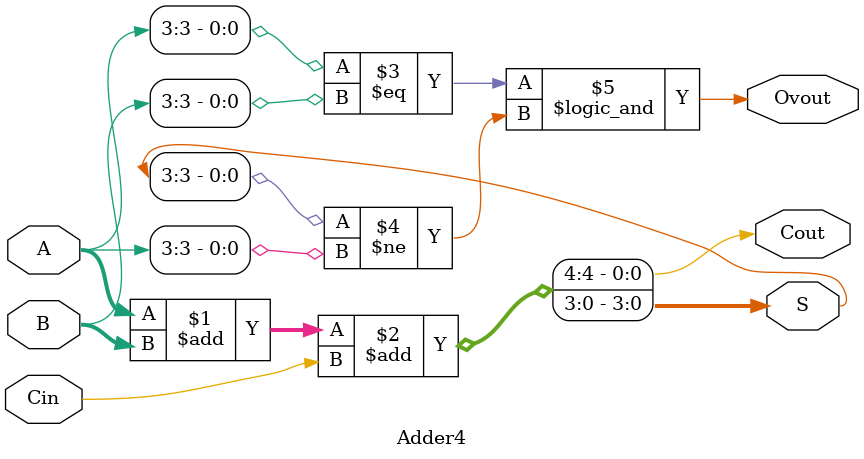
<source format=v>
`timescale 1ns / 1ps


module Adder4(
    input [3:0] A,
    input [3:0] B,
    input Cin,
    output [3:0] S,
    output Cout, Ovout
    );
    assign {Cout,S} = A+B+Cin;
    assign Ovout = (A[3]==B[3]) && (S[3]!=A[3]);
endmodule

</source>
